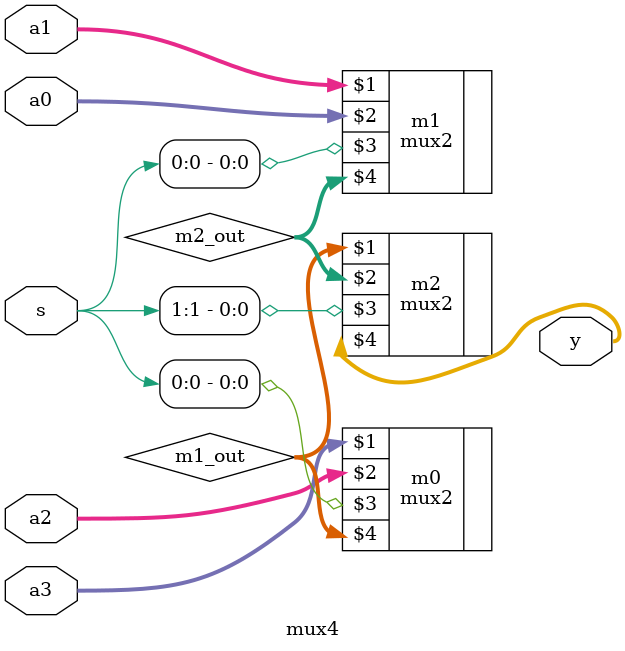
<source format=v>
`timescale 1ns / 1ps
module mux4( input [3:0] a0, a1, a2, a3 , input [1:0] s , output [3:0] y
    );
	 wire [3:0] m1_out, m2_out;
	 mux2 m0(a3 , a2 , s[0] , m1_out);
	 mux2 m1(a1 , a0 , s[0] , m2_out);
	 mux2 m2(m1_out , m2_out , s[1] , y);
	 


endmodule

</source>
